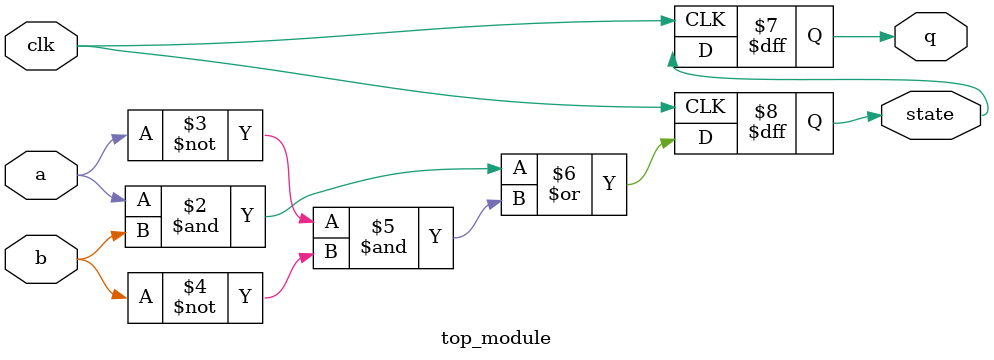
<source format=sv>
module top_module (
    input clk,
    input a,
    input b,
    output reg q,
    output reg state
);

always @(posedge clk) begin
    state <= (a & b) | (~a & ~b);  // State generation logic
    q <= state;  // q is directly derived from state
end

endmodule

</source>
